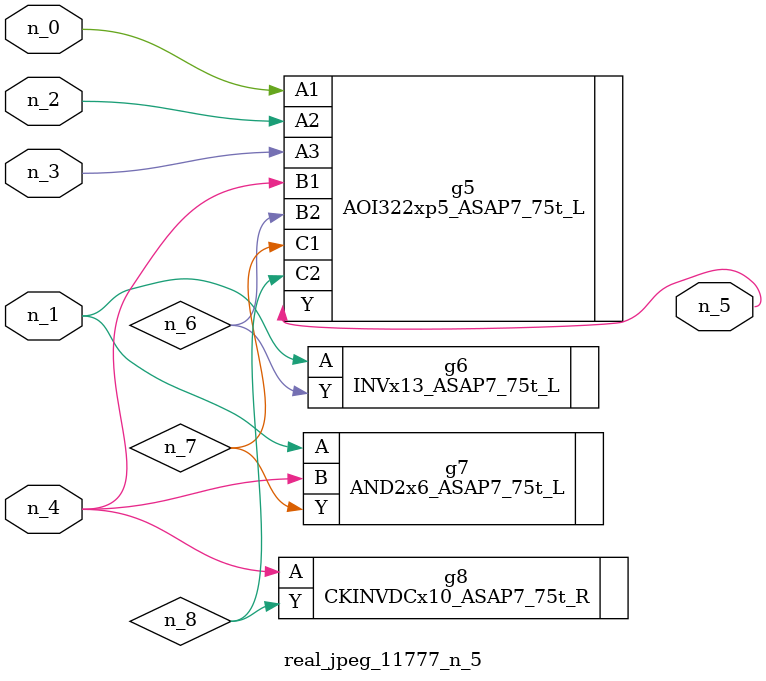
<source format=v>
module real_jpeg_11777_n_5 (n_4, n_0, n_1, n_2, n_3, n_5);

input n_4;
input n_0;
input n_1;
input n_2;
input n_3;

output n_5;

wire n_8;
wire n_6;
wire n_7;

AOI322xp5_ASAP7_75t_L g5 ( 
.A1(n_0),
.A2(n_2),
.A3(n_3),
.B1(n_4),
.B2(n_6),
.C1(n_7),
.C2(n_8),
.Y(n_5)
);

INVx13_ASAP7_75t_L g6 ( 
.A(n_1),
.Y(n_6)
);

AND2x6_ASAP7_75t_L g7 ( 
.A(n_1),
.B(n_4),
.Y(n_7)
);

CKINVDCx10_ASAP7_75t_R g8 ( 
.A(n_4),
.Y(n_8)
);


endmodule
</source>
